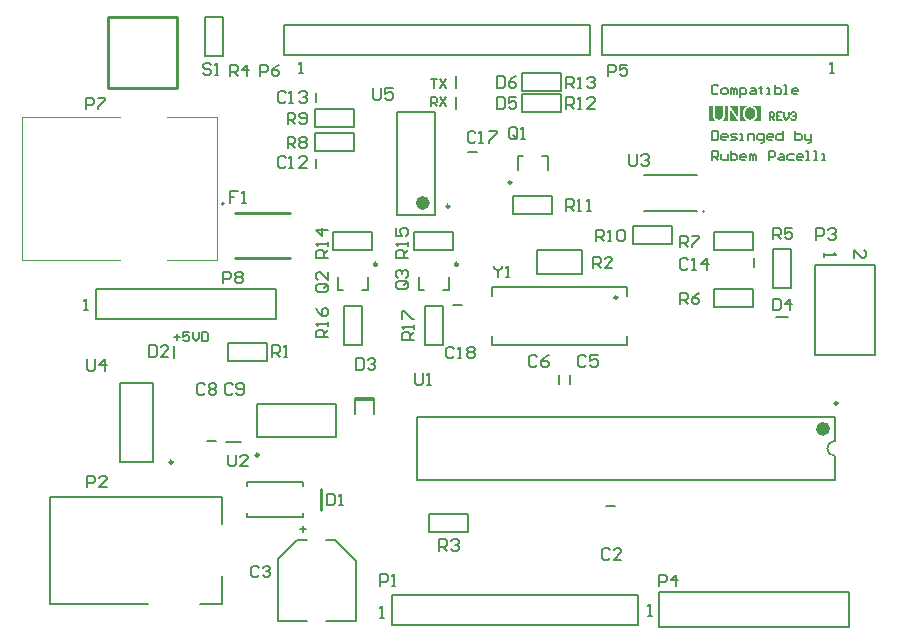
<source format=gto>
G04*
G04 #@! TF.GenerationSoftware,Altium Limited,Altium Designer,19.0.10 (269)*
G04*
G04 Layer_Color=65535*
%FSLAX24Y24*%
%MOIN*%
G70*
G01*
G75*
%ADD10C,0.0236*%
%ADD11C,0.0098*%
%ADD12C,0.0079*%
%ADD13C,0.0100*%
%ADD14C,0.0080*%
%ADD15C,0.0039*%
%ADD16C,0.0060*%
%ADD17C,0.0059*%
G36*
X22363Y17763D02*
X22380Y17760D01*
X22395Y17756D01*
X22408Y17752D01*
X22419Y17746D01*
X22427Y17742D01*
X22430Y17741D01*
X22433Y17739D01*
X22433Y17739D01*
X22434D01*
X22448Y17729D01*
X22460Y17717D01*
X22471Y17705D01*
X22479Y17693D01*
X22486Y17683D01*
X22491Y17675D01*
X22492Y17672D01*
X22494Y17669D01*
X22495Y17668D01*
Y17667D01*
X22502Y17649D01*
X22507Y17631D01*
X22511Y17613D01*
X22514Y17596D01*
X22515Y17582D01*
Y17575D01*
X22516Y17570D01*
Y17566D01*
Y17563D01*
Y17560D01*
Y17560D01*
X22515Y17542D01*
X22514Y17525D01*
X22512Y17510D01*
X22509Y17495D01*
X22505Y17481D01*
X22501Y17469D01*
X22496Y17458D01*
X22492Y17447D01*
X22487Y17439D01*
X22482Y17431D01*
X22479Y17424D01*
X22475Y17419D01*
X22472Y17414D01*
X22469Y17411D01*
X22468Y17410D01*
X22467Y17409D01*
X22458Y17400D01*
X22448Y17392D01*
X22438Y17385D01*
X22427Y17379D01*
X22417Y17374D01*
X22406Y17370D01*
X22387Y17364D01*
X22378Y17361D01*
X22370Y17360D01*
X22363Y17358D01*
X22356Y17358D01*
X22350Y17357D01*
X22343D01*
X22330Y17358D01*
X22317Y17359D01*
X22305Y17361D01*
X22294Y17365D01*
X22282Y17369D01*
X22272Y17374D01*
X22263Y17378D01*
X22254Y17383D01*
X22247Y17388D01*
X22240Y17393D01*
X22234Y17397D01*
X22230Y17401D01*
X22226Y17404D01*
X22223Y17407D01*
X22221Y17408D01*
X22221Y17409D01*
X22212Y17419D01*
X22204Y17431D01*
X22198Y17442D01*
X22193Y17454D01*
X22188Y17466D01*
X22184Y17477D01*
X22178Y17500D01*
X22176Y17511D01*
X22174Y17521D01*
X22174Y17530D01*
X22173Y17537D01*
X22172Y17544D01*
Y17549D01*
Y17552D01*
Y17553D01*
X22173Y17573D01*
X22174Y17593D01*
X22177Y17609D01*
X22180Y17626D01*
X22184Y17641D01*
X22188Y17654D01*
X22193Y17666D01*
X22198Y17676D01*
X22202Y17686D01*
X22207Y17693D01*
X22211Y17700D01*
X22215Y17706D01*
X22218Y17709D01*
X22221Y17712D01*
X22222Y17714D01*
X22223Y17715D01*
X22233Y17723D01*
X22243Y17731D01*
X22253Y17738D01*
X22264Y17743D01*
X22274Y17748D01*
X22284Y17752D01*
X22303Y17758D01*
X22311Y17760D01*
X22319Y17762D01*
X22327Y17762D01*
X22333Y17763D01*
X22337Y17764D01*
X22344D01*
X22363Y17763D01*
D02*
G37*
G36*
X22702Y17300D02*
X22344D01*
X22368Y17302D01*
X22391Y17305D01*
X22412Y17310D01*
X22429Y17315D01*
X22438Y17318D01*
X22445Y17321D01*
X22451Y17324D01*
X22456Y17326D01*
X22461Y17328D01*
X22464Y17329D01*
X22466Y17331D01*
X22466D01*
X22486Y17344D01*
X22504Y17358D01*
X22519Y17374D01*
X22532Y17388D01*
X22541Y17401D01*
X22545Y17408D01*
X22548Y17412D01*
X22551Y17417D01*
X22552Y17420D01*
X22554Y17421D01*
Y17422D01*
X22565Y17445D01*
X22572Y17469D01*
X22578Y17492D01*
X22582Y17514D01*
X22583Y17523D01*
X22584Y17532D01*
X22585Y17540D01*
Y17547D01*
X22585Y17552D01*
Y17560D01*
X22584Y17587D01*
X22581Y17613D01*
X22576Y17636D01*
X22573Y17646D01*
X22571Y17656D01*
X22568Y17664D01*
X22565Y17672D01*
X22562Y17679D01*
X22560Y17684D01*
X22558Y17689D01*
X22557Y17692D01*
X22555Y17694D01*
Y17695D01*
X22543Y17716D01*
X22530Y17735D01*
X22515Y17751D01*
X22502Y17764D01*
X22489Y17774D01*
X22484Y17778D01*
X22479Y17782D01*
X22476Y17785D01*
X22472Y17786D01*
X22471Y17788D01*
X22470D01*
X22459Y17794D01*
X22449Y17799D01*
X22427Y17807D01*
X22406Y17813D01*
X22386Y17818D01*
X22377Y17818D01*
X22370Y17820D01*
X22362Y17821D01*
X22356D01*
X22351Y17821D01*
X22702D01*
Y17300D01*
D02*
G37*
G36*
X22325Y17821D02*
X22306Y17818D01*
X22288Y17815D01*
X22272Y17811D01*
X22257Y17805D01*
X22242Y17799D01*
X22229Y17792D01*
X22217Y17786D01*
X22206Y17779D01*
X22197Y17772D01*
X22189Y17767D01*
X22182Y17762D01*
X22177Y17757D01*
X22173Y17753D01*
X22171Y17751D01*
X22170Y17750D01*
X22158Y17736D01*
X22148Y17722D01*
X22139Y17706D01*
X22131Y17689D01*
X22125Y17673D01*
X22119Y17657D01*
X22115Y17641D01*
X22112Y17626D01*
X22108Y17610D01*
X22107Y17597D01*
X22105Y17585D01*
X22104Y17574D01*
Y17566D01*
X22103Y17559D01*
Y17553D01*
X22105Y17529D01*
X22108Y17506D01*
X22112Y17484D01*
X22115Y17475D01*
X22118Y17466D01*
X22120Y17457D01*
X22122Y17450D01*
X22125Y17444D01*
X22127Y17438D01*
X22129Y17434D01*
X22130Y17431D01*
X22131Y17428D01*
Y17427D01*
X22144Y17407D01*
X22157Y17388D01*
X22171Y17372D01*
X22185Y17358D01*
X22198Y17348D01*
X22203Y17344D01*
X22208Y17340D01*
X22211Y17338D01*
X22214Y17335D01*
X22216Y17335D01*
X22217Y17334D01*
X22227Y17328D01*
X22238Y17323D01*
X22260Y17315D01*
X22282Y17308D01*
X22301Y17305D01*
X22310Y17303D01*
X22319Y17302D01*
X22326Y17301D01*
X22332D01*
X22337Y17300D01*
X21307D01*
X21333Y17302D01*
X21356Y17305D01*
X21367Y17306D01*
X21376Y17308D01*
X21385Y17312D01*
X21393Y17314D01*
X21400Y17316D01*
X21406Y17319D01*
X21412Y17321D01*
X21416Y17323D01*
X21420Y17325D01*
X21422Y17326D01*
X21423Y17328D01*
X21424D01*
X21440Y17339D01*
X21453Y17351D01*
X21464Y17363D01*
X21473Y17375D01*
X21479Y17385D01*
X21483Y17393D01*
X21485Y17396D01*
X21486Y17398D01*
X21486Y17400D01*
Y17401D01*
X21493Y17418D01*
X21496Y17438D01*
X21499Y17458D01*
X21502Y17477D01*
X21502Y17487D01*
X21503Y17495D01*
Y17502D01*
X21504Y17509D01*
Y17813D01*
X21437D01*
Y17521D01*
Y17504D01*
X21436Y17488D01*
X21434Y17474D01*
X21433Y17461D01*
X21430Y17449D01*
X21427Y17439D01*
X21424Y17430D01*
X21422Y17421D01*
X21419Y17414D01*
X21416Y17408D01*
X21413Y17404D01*
X21410Y17400D01*
X21409Y17397D01*
X21407Y17394D01*
X21406Y17394D01*
Y17393D01*
X21400Y17387D01*
X21392Y17382D01*
X21376Y17374D01*
X21359Y17368D01*
X21341Y17364D01*
X21326Y17361D01*
X21319Y17361D01*
X21313D01*
X21307Y17360D01*
X21300D01*
X21285Y17361D01*
X21271Y17362D01*
X21259Y17365D01*
X21248Y17368D01*
X21240Y17371D01*
X21234Y17374D01*
X21230Y17375D01*
X21228Y17376D01*
X21218Y17383D01*
X21209Y17391D01*
X21201Y17399D01*
X21196Y17407D01*
X21191Y17414D01*
X21188Y17419D01*
X21187Y17423D01*
X21186Y17424D01*
X21184Y17431D01*
X21182Y17437D01*
X21179Y17453D01*
X21178Y17469D01*
X21176Y17484D01*
X21175Y17499D01*
X21175Y17505D01*
Y17510D01*
Y17515D01*
Y17518D01*
Y17520D01*
Y17521D01*
Y17813D01*
X21108D01*
Y17507D01*
X21109Y17493D01*
X21109Y17480D01*
X21111Y17467D01*
X21112Y17457D01*
X21114Y17446D01*
X21115Y17437D01*
X21118Y17428D01*
X21119Y17421D01*
X21121Y17414D01*
X21122Y17408D01*
X21124Y17403D01*
X21125Y17399D01*
X21126Y17397D01*
X21127Y17395D01*
Y17394D01*
X21135Y17378D01*
X21145Y17364D01*
X21155Y17352D01*
X21166Y17342D01*
X21175Y17334D01*
X21184Y17328D01*
X21187Y17326D01*
X21188Y17325D01*
X21190Y17324D01*
X21191D01*
X21208Y17316D01*
X21228Y17310D01*
X21248Y17306D01*
X21266Y17303D01*
X21274Y17302D01*
X21282Y17302D01*
X21289Y17301D01*
X21295D01*
X21300Y17300D01*
X20991D01*
Y17821D01*
X22344D01*
X22325Y17821D01*
D02*
G37*
%LPC*%
G36*
X22012Y17813D02*
X21948D01*
Y17417D01*
X21682Y17813D01*
X21615D01*
Y17308D01*
X21678D01*
Y17705D01*
X21943Y17308D01*
X22012D01*
Y17813D01*
D02*
G37*
%LPD*%
D10*
X11554Y14581D02*
G03*
X11554Y14581I-118J0D01*
G01*
X24893Y7050D02*
G03*
X24893Y7050I-118J0D01*
G01*
D11*
X12322Y14470D02*
G03*
X12322Y14470I-49J0D01*
G01*
X5961Y6179D02*
G03*
X5961Y6179I-49J0D01*
G01*
X17919Y11430D02*
G03*
X17919Y11430I-49J0D01*
G01*
X12607Y12533D02*
G03*
X12607Y12533I-49J0D01*
G01*
X9907D02*
G03*
X9907Y12533I-49J0D01*
G01*
X3093Y5943D02*
G03*
X3093Y5943I-49J0D01*
G01*
X25261Y7900D02*
G03*
X25261Y7900I-49J0D01*
G01*
X14391Y15267D02*
G03*
X14391Y15267I-49J0D01*
G01*
D12*
X4767Y14598D02*
G03*
X4767Y14519I0J-39D01*
G01*
D02*
G03*
X4767Y14598I0J39D01*
G01*
X25168Y6650D02*
G03*
X25168Y6150I0J-250D01*
G01*
X25629Y429D02*
Y1610D01*
X19293D02*
X25629D01*
X19293Y429D02*
Y1610D01*
Y429D02*
X25629D01*
X10570Y17613D02*
X11830D01*
X10570Y14187D02*
X11830D01*
X10570D02*
Y17613D01*
X11830Y14187D02*
Y17613D01*
X4748Y3866D02*
Y4772D01*
X-1000D02*
X4748D01*
X-1000Y1228D02*
Y4772D01*
X4748Y1228D02*
Y2134D01*
X4000Y1228D02*
X4748D01*
X-1000D02*
X2268D01*
X22469Y12443D02*
Y12757D01*
X17402Y19500D02*
Y20500D01*
X25598D01*
Y19500D02*
Y20500D01*
X17402Y19500D02*
X25598D01*
X17006Y20250D02*
Y20500D01*
Y19500D02*
Y19750D01*
Y20250D01*
X6810Y19500D02*
X17006D01*
X6810D02*
Y20500D01*
X7650D01*
X17006D01*
X12443Y11169D02*
X12757D01*
X8549Y6769D02*
Y7872D01*
X5911Y6769D02*
Y7872D01*
X8549D01*
X5911Y6769D02*
X8549D01*
X18244Y9835D02*
Y10131D01*
X13756Y11469D02*
Y11765D01*
X18244D01*
Y11469D02*
Y11765D01*
X13756Y9835D02*
Y10131D01*
Y9835D02*
X18244D01*
X11298Y11667D02*
Y12120D01*
X12302Y11667D02*
Y12120D01*
X12125Y11667D02*
X12302D01*
X11298D02*
X11475D01*
X8598D02*
Y12120D01*
X9602Y11667D02*
Y12120D01*
X9425Y11667D02*
X9602D01*
X8598D02*
X8775D01*
X7889Y17943D02*
Y18257D01*
Y15743D02*
Y16057D01*
X542Y10700D02*
X6542D01*
X542Y11700D02*
X6542D01*
X542Y10700D02*
Y11700D01*
X6542Y10700D02*
Y11700D01*
X9185Y7542D02*
Y8093D01*
X9815Y7542D02*
Y8093D01*
X9185D02*
X9815D01*
X9185Y8018D02*
X9815D01*
X4243Y6651D02*
X4557D01*
X4868Y6622D02*
X5380D01*
X5567Y4121D02*
X7433D01*
X5567Y5279D02*
X7433D01*
Y5144D02*
Y5279D01*
Y4121D02*
Y4256D01*
X5567Y4121D02*
Y4256D01*
Y5144D02*
Y5279D01*
X7433Y3602D02*
Y3811D01*
X7328Y3706D02*
X7537D01*
X8213Y3350D02*
X8500D01*
X7250D02*
X7587D01*
X6601Y650D02*
X7587D01*
X8213D02*
X9199D01*
X6601D02*
Y2701D01*
X7250Y3350D01*
X8500D02*
X9199Y2651D01*
Y650D02*
Y2651D01*
X17543Y4469D02*
X17857D01*
X16331Y8542D02*
Y8857D01*
X15969Y8543D02*
Y8857D01*
X2453Y5943D02*
Y8581D01*
X1351Y5943D02*
Y8581D01*
Y5943D02*
X2453D01*
X1351Y8581D02*
X2453D01*
X11231Y5357D02*
Y7443D01*
X25169Y5357D02*
Y6150D01*
Y6650D02*
Y7443D01*
X11231Y5357D02*
X25169D01*
X11231Y7443D02*
X25169D01*
X15425Y16133D02*
X15602D01*
X14598D02*
X14775D01*
X14598Y15680D02*
Y16133D01*
X15602Y15680D02*
Y16133D01*
X24500Y9500D02*
X26500D01*
X24500Y12500D02*
X26500D01*
Y9500D02*
Y12500D01*
X24500Y9500D02*
Y12500D01*
Y9500D02*
Y11417D01*
X10402Y1500D02*
X18598D01*
X10402Y500D02*
Y1500D01*
Y500D02*
X18598D01*
Y1500D01*
X12933Y16269D02*
X13248D01*
X21070Y16990D02*
Y16675D01*
X21228D01*
X21280Y16728D01*
Y16937D01*
X21228Y16990D01*
X21070D01*
X21542Y16675D02*
X21437D01*
X21385Y16728D01*
Y16832D01*
X21437Y16885D01*
X21542D01*
X21595Y16832D01*
Y16780D01*
X21385D01*
X21700Y16675D02*
X21857D01*
X21910Y16728D01*
X21857Y16780D01*
X21752D01*
X21700Y16832D01*
X21752Y16885D01*
X21910D01*
X22015Y16675D02*
X22120D01*
X22067D01*
Y16885D01*
X22015D01*
X22277Y16675D02*
Y16885D01*
X22434D01*
X22487Y16832D01*
Y16675D01*
X22697Y16570D02*
X22749D01*
X22802Y16623D01*
Y16885D01*
X22644D01*
X22592Y16832D01*
Y16728D01*
X22644Y16675D01*
X22802D01*
X23064D02*
X22959D01*
X22907Y16728D01*
Y16832D01*
X22959Y16885D01*
X23064D01*
X23117Y16832D01*
Y16780D01*
X22907D01*
X23432Y16990D02*
Y16675D01*
X23274D01*
X23222Y16728D01*
Y16832D01*
X23274Y16885D01*
X23432D01*
X23851Y16990D02*
Y16675D01*
X24009D01*
X24061Y16728D01*
Y16780D01*
Y16832D01*
X24009Y16885D01*
X23851D01*
X24166D02*
Y16728D01*
X24219Y16675D01*
X24376D01*
Y16623D01*
X24324Y16570D01*
X24271D01*
X24376Y16675D02*
Y16885D01*
X21070Y16003D02*
Y16318D01*
X21228D01*
X21280Y16266D01*
Y16161D01*
X21228Y16108D01*
X21070D01*
X21175D02*
X21280Y16003D01*
X21385Y16213D02*
Y16056D01*
X21437Y16003D01*
X21595D01*
Y16213D01*
X21700Y16318D02*
Y16003D01*
X21857D01*
X21910Y16056D01*
Y16108D01*
Y16161D01*
X21857Y16213D01*
X21700D01*
X22172Y16003D02*
X22067D01*
X22015Y16056D01*
Y16161D01*
X22067Y16213D01*
X22172D01*
X22225Y16161D01*
Y16108D01*
X22015D01*
X22330Y16003D02*
Y16213D01*
X22382D01*
X22434Y16161D01*
Y16003D01*
Y16161D01*
X22487Y16213D01*
X22539Y16161D01*
Y16003D01*
X22959D02*
Y16318D01*
X23117D01*
X23169Y16266D01*
Y16161D01*
X23117Y16108D01*
X22959D01*
X23327Y16213D02*
X23432D01*
X23484Y16161D01*
Y16003D01*
X23327D01*
X23274Y16056D01*
X23327Y16108D01*
X23484D01*
X23799Y16213D02*
X23641D01*
X23589Y16161D01*
Y16056D01*
X23641Y16003D01*
X23799D01*
X24061D02*
X23956D01*
X23904Y16056D01*
Y16161D01*
X23956Y16213D01*
X24061D01*
X24114Y16161D01*
Y16108D01*
X23904D01*
X24219Y16003D02*
X24324D01*
X24271D01*
Y16318D01*
X24219D01*
X24481Y16003D02*
X24586D01*
X24534D01*
Y16318D01*
X24481D01*
X24743Y16003D02*
X24848D01*
X24796D01*
Y16213D01*
X24743D01*
X19300Y1800D02*
Y2194D01*
X19497D01*
X19562Y2128D01*
Y1997D01*
X19497Y1931D01*
X19300D01*
X19890Y1800D02*
Y2194D01*
X19694Y1997D01*
X19956D01*
X18934Y803D02*
X19065D01*
X18999D01*
Y1197D01*
X18934Y1131D01*
X23100Y11394D02*
Y11000D01*
X23297D01*
X23362Y11066D01*
Y11328D01*
X23297Y11394D01*
X23100D01*
X23690Y11000D02*
Y11394D01*
X23494Y11197D01*
X23756D01*
X23100Y13364D02*
Y13758D01*
X23297D01*
X23362Y13692D01*
Y13561D01*
X23297Y13495D01*
X23100D01*
X23231D02*
X23362Y13364D01*
X23756Y13758D02*
X23494D01*
Y13561D01*
X23625Y13627D01*
X23690D01*
X23756Y13561D01*
Y13430D01*
X23690Y13364D01*
X23559D01*
X23494Y13430D01*
X21280Y18462D02*
X21228Y18515D01*
X21123D01*
X21070Y18462D01*
Y18252D01*
X21123Y18200D01*
X21228D01*
X21280Y18252D01*
X21437Y18200D02*
X21542D01*
X21595Y18252D01*
Y18357D01*
X21542Y18410D01*
X21437D01*
X21385Y18357D01*
Y18252D01*
X21437Y18200D01*
X21700D02*
Y18410D01*
X21752D01*
X21805Y18357D01*
Y18200D01*
Y18357D01*
X21857Y18410D01*
X21910Y18357D01*
Y18200D01*
X22015Y18095D02*
Y18410D01*
X22172D01*
X22225Y18357D01*
Y18252D01*
X22172Y18200D01*
X22015D01*
X22382Y18410D02*
X22487D01*
X22539Y18357D01*
Y18200D01*
X22382D01*
X22330Y18252D01*
X22382Y18305D01*
X22539D01*
X22697Y18462D02*
Y18410D01*
X22644D01*
X22749D01*
X22697D01*
Y18252D01*
X22749Y18200D01*
X22907D02*
X23012D01*
X22959D01*
Y18410D01*
X22907D01*
X23169Y18515D02*
Y18200D01*
X23327D01*
X23379Y18252D01*
Y18305D01*
Y18357D01*
X23327Y18410D01*
X23169D01*
X23484Y18200D02*
X23589D01*
X23536D01*
Y18515D01*
X23484D01*
X23904Y18200D02*
X23799D01*
X23746Y18252D01*
Y18357D01*
X23799Y18410D01*
X23904D01*
X23956Y18357D01*
Y18305D01*
X23746D01*
X3131Y10122D02*
X3341D01*
X3236Y10227D02*
Y10017D01*
X3656Y10279D02*
X3446D01*
Y10122D01*
X3551Y10174D01*
X3603D01*
X3656Y10122D01*
Y10017D01*
X3603Y9964D01*
X3498D01*
X3446Y10017D01*
X3760Y10279D02*
Y10069D01*
X3865Y9964D01*
X3970Y10069D01*
Y10279D01*
X4075D02*
Y9964D01*
X4233D01*
X4285Y10017D01*
Y10227D01*
X4233Y10279D01*
X4075D01*
X11700Y17800D02*
Y18115D01*
X11857D01*
X11910Y18062D01*
Y17957D01*
X11857Y17905D01*
X11700D01*
X11805D02*
X11910Y17800D01*
X12015Y18115D02*
X12225Y17800D01*
Y18115D02*
X12015Y17800D01*
X11700Y18715D02*
X11910D01*
X11805D01*
Y18400D01*
X12015Y18715D02*
X12225Y18400D01*
Y18715D02*
X12015Y18400D01*
X25000Y18900D02*
X25131D01*
X25066D01*
Y19294D01*
X25000Y19228D01*
X7300Y18900D02*
X7431D01*
X7366D01*
Y19294D01*
X7300Y19228D01*
X142Y11000D02*
X273D01*
X207D01*
Y11394D01*
X142Y11328D01*
X25800Y12738D02*
Y13000D01*
X26062Y12738D01*
X26128D01*
X26194Y12803D01*
Y12934D01*
X26128Y13000D01*
X24800Y12900D02*
Y12769D01*
Y12834D01*
X25194D01*
X25128Y12900D01*
X10000Y750D02*
X10131D01*
X10066D01*
Y1144D01*
X10000Y1078D01*
X18320Y16218D02*
Y15890D01*
X18386Y15824D01*
X18517D01*
X18583Y15890D01*
Y16218D01*
X18714Y16152D02*
X18780Y16218D01*
X18911D01*
X18976Y16152D01*
Y16087D01*
X18911Y16021D01*
X18845D01*
X18911D01*
X18976Y15955D01*
Y15890D01*
X18911Y15824D01*
X18780D01*
X18714Y15890D01*
X13800Y12494D02*
Y12428D01*
X13931Y12297D01*
X14062Y12428D01*
Y12494D01*
X13931Y12297D02*
Y12100D01*
X14194D02*
X14325D01*
X14259D01*
Y12494D01*
X14194Y12428D01*
X9790Y18418D02*
Y18090D01*
X9856Y18024D01*
X9987D01*
X10053Y18090D01*
Y18418D01*
X10446D02*
X10184D01*
Y18221D01*
X10315Y18287D01*
X10381D01*
X10446Y18221D01*
Y18090D01*
X10381Y18024D01*
X10250D01*
X10184Y18090D01*
X250Y9367D02*
Y9039D01*
X315Y8973D01*
X446D01*
X512Y9039D01*
Y9367D01*
X840Y8973D02*
Y9367D01*
X643Y9170D01*
X906D01*
X4945Y6194D02*
Y5866D01*
X5011Y5800D01*
X5142D01*
X5207Y5866D01*
Y6194D01*
X5601Y5800D02*
X5339D01*
X5601Y6062D01*
Y6128D01*
X5535Y6194D01*
X5404D01*
X5339Y6128D01*
X11180Y8908D02*
Y8580D01*
X11246Y8514D01*
X11377D01*
X11443Y8580D01*
Y8908D01*
X11574Y8514D02*
X11705D01*
X11640D01*
Y8908D01*
X11574Y8842D01*
X4362Y19172D02*
X4297Y19238D01*
X4166D01*
X4100Y19172D01*
Y19107D01*
X4166Y19041D01*
X4297D01*
X4362Y18975D01*
Y18910D01*
X4297Y18844D01*
X4166D01*
X4100Y18910D01*
X4494Y18844D02*
X4625D01*
X4559D01*
Y19238D01*
X4494Y19172D01*
X11150Y10000D02*
X10756D01*
Y10197D01*
X10822Y10262D01*
X10953D01*
X11019Y10197D01*
Y10000D01*
Y10131D02*
X11150Y10262D01*
Y10394D02*
Y10525D01*
Y10459D01*
X10756D01*
X10822Y10394D01*
X10756Y10722D02*
Y10984D01*
X10822D01*
X11084Y10722D01*
X11150D01*
X8265Y10097D02*
X7872D01*
Y10294D01*
X7937Y10359D01*
X8069D01*
X8134Y10294D01*
Y10097D01*
Y10228D02*
X8265Y10359D01*
Y10490D02*
Y10622D01*
Y10556D01*
X7872D01*
X7937Y10490D01*
X7872Y11081D02*
X7937Y10950D01*
X8069Y10818D01*
X8200D01*
X8265Y10884D01*
Y11015D01*
X8200Y11081D01*
X8134D01*
X8069Y11015D01*
Y10818D01*
X10946Y12752D02*
X10552D01*
Y12949D01*
X10618Y13014D01*
X10749D01*
X10814Y12949D01*
Y12752D01*
Y12883D02*
X10946Y13014D01*
Y13146D02*
Y13277D01*
Y13211D01*
X10552D01*
X10618Y13146D01*
X10552Y13736D02*
Y13474D01*
X10749D01*
X10683Y13605D01*
Y13670D01*
X10749Y13736D01*
X10880D01*
X10946Y13670D01*
Y13539D01*
X10880Y13474D01*
X8265Y12752D02*
X7872D01*
Y12949D01*
X7937Y13014D01*
X8069D01*
X8134Y12949D01*
Y12752D01*
Y12883D02*
X8265Y13014D01*
Y13146D02*
Y13277D01*
Y13211D01*
X7872D01*
X7937Y13146D01*
X8265Y13670D02*
X7872D01*
X8069Y13474D01*
Y13736D01*
X16200Y18400D02*
Y18794D01*
X16397D01*
X16462Y18728D01*
Y18597D01*
X16397Y18531D01*
X16200D01*
X16331D02*
X16462Y18400D01*
X16594D02*
X16725D01*
X16659D01*
Y18794D01*
X16594Y18728D01*
X16922D02*
X16987Y18794D01*
X17118D01*
X17184Y18728D01*
Y18662D01*
X17118Y18597D01*
X17053D01*
X17118D01*
X17184Y18531D01*
Y18466D01*
X17118Y18400D01*
X16987D01*
X16922Y18466D01*
X16200Y17703D02*
Y18097D01*
X16397D01*
X16462Y18031D01*
Y17900D01*
X16397Y17834D01*
X16200D01*
X16331D02*
X16462Y17703D01*
X16594D02*
X16725D01*
X16659D01*
Y18097D01*
X16594Y18031D01*
X17184Y17703D02*
X16922D01*
X17184Y17966D01*
Y18031D01*
X17118Y18097D01*
X16987D01*
X16922Y18031D01*
X16199Y14316D02*
Y14710D01*
X16396D01*
X16462Y14644D01*
Y14513D01*
X16396Y14447D01*
X16199D01*
X16330D02*
X16462Y14316D01*
X16593D02*
X16724D01*
X16658D01*
Y14710D01*
X16593Y14644D01*
X16921Y14316D02*
X17052D01*
X16986D01*
Y14710D01*
X16921Y14644D01*
X17200Y13300D02*
Y13694D01*
X17397D01*
X17462Y13628D01*
Y13497D01*
X17397Y13431D01*
X17200D01*
X17331D02*
X17462Y13300D01*
X17594D02*
X17725D01*
X17659D01*
Y13694D01*
X17594Y13628D01*
X17922D02*
X17987Y13694D01*
X18118D01*
X18184Y13628D01*
Y13366D01*
X18118Y13300D01*
X17987D01*
X17922Y13366D01*
Y13628D01*
X6927Y17200D02*
Y17594D01*
X7124D01*
X7189Y17528D01*
Y17397D01*
X7124Y17331D01*
X6927D01*
X7058D02*
X7189Y17200D01*
X7320Y17266D02*
X7386Y17200D01*
X7517D01*
X7583Y17266D01*
Y17528D01*
X7517Y17594D01*
X7386D01*
X7320Y17528D01*
Y17462D01*
X7386Y17397D01*
X7583D01*
X6927Y16400D02*
Y16794D01*
X7124D01*
X7189Y16728D01*
Y16597D01*
X7124Y16531D01*
X6927D01*
X7058D02*
X7189Y16400D01*
X7320Y16728D02*
X7386Y16794D01*
X7517D01*
X7583Y16728D01*
Y16662D01*
X7517Y16597D01*
X7583Y16531D01*
Y16466D01*
X7517Y16400D01*
X7386D01*
X7320Y16466D01*
Y16531D01*
X7386Y16597D01*
X7320Y16662D01*
Y16728D01*
X7386Y16597D02*
X7517D01*
X20001Y13100D02*
Y13494D01*
X20198D01*
X20264Y13428D01*
Y13297D01*
X20198Y13231D01*
X20001D01*
X20133D02*
X20264Y13100D01*
X20395Y13494D02*
X20657D01*
Y13428D01*
X20395Y13166D01*
Y13100D01*
X20001Y11200D02*
Y11594D01*
X20198D01*
X20264Y11528D01*
Y11397D01*
X20198Y11331D01*
X20001D01*
X20133D02*
X20264Y11200D01*
X20657Y11594D02*
X20526Y11528D01*
X20395Y11397D01*
Y11266D01*
X20461Y11200D01*
X20592D01*
X20657Y11266D01*
Y11331D01*
X20592Y11397D01*
X20395D01*
X5000Y18800D02*
Y19194D01*
X5197D01*
X5262Y19128D01*
Y18997D01*
X5197Y18931D01*
X5000D01*
X5131D02*
X5262Y18800D01*
X5590D02*
Y19194D01*
X5394Y18997D01*
X5656D01*
X11970Y2988D02*
Y3382D01*
X12167D01*
X12233Y3316D01*
Y3185D01*
X12167Y3119D01*
X11970D01*
X12102D02*
X12233Y2988D01*
X12364Y3316D02*
X12430Y3382D01*
X12561D01*
X12626Y3316D01*
Y3250D01*
X12561Y3185D01*
X12495D01*
X12561D01*
X12626Y3119D01*
Y3054D01*
X12561Y2988D01*
X12430D01*
X12364Y3054D01*
X17100Y12400D02*
Y12794D01*
X17297D01*
X17362Y12728D01*
Y12597D01*
X17297Y12531D01*
X17100D01*
X17231D02*
X17362Y12400D01*
X17756D02*
X17494D01*
X17756Y12662D01*
Y12728D01*
X17690Y12794D01*
X17559D01*
X17494Y12728D01*
X6400Y9442D02*
Y9836D01*
X6597D01*
X6662Y9770D01*
Y9639D01*
X6597Y9574D01*
X6400D01*
X6531D02*
X6662Y9442D01*
X6794D02*
X6925D01*
X6859D01*
Y9836D01*
X6794Y9770D01*
X10880Y11962D02*
X10618D01*
X10552Y11897D01*
Y11766D01*
X10618Y11700D01*
X10880D01*
X10946Y11766D01*
Y11897D01*
X10814Y11831D02*
X10946Y11962D01*
Y11897D02*
X10880Y11962D01*
X10618Y12094D02*
X10552Y12159D01*
Y12290D01*
X10618Y12356D01*
X10683D01*
X10749Y12290D01*
Y12225D01*
Y12290D01*
X10814Y12356D01*
X10880D01*
X10946Y12290D01*
Y12159D01*
X10880Y12094D01*
X8200Y11885D02*
X7937D01*
X7872Y11820D01*
Y11689D01*
X7937Y11623D01*
X8200D01*
X8265Y11689D01*
Y11820D01*
X8134Y11754D02*
X8265Y11885D01*
Y11820D02*
X8200Y11885D01*
X8265Y12279D02*
Y12017D01*
X8003Y12279D01*
X7937D01*
X7872Y12213D01*
Y12082D01*
X7937Y12017D01*
X14582Y16776D02*
Y17038D01*
X14517Y17104D01*
X14386D01*
X14320Y17038D01*
Y16776D01*
X14386Y16710D01*
X14517D01*
X14451Y16841D02*
X14582Y16710D01*
X14517D02*
X14582Y16776D01*
X14714Y16710D02*
X14845D01*
X14779D01*
Y17104D01*
X14714Y17038D01*
X4791Y11900D02*
Y12294D01*
X4988D01*
X5054Y12228D01*
Y12097D01*
X4988Y12031D01*
X4791D01*
X5185Y12228D02*
X5250Y12294D01*
X5382D01*
X5447Y12228D01*
Y12162D01*
X5382Y12097D01*
X5447Y12031D01*
Y11966D01*
X5382Y11900D01*
X5250D01*
X5185Y11966D01*
Y12031D01*
X5250Y12097D01*
X5185Y12162D01*
Y12228D01*
X5250Y12097D02*
X5382D01*
X200Y17700D02*
Y18094D01*
X397D01*
X462Y18028D01*
Y17897D01*
X397Y17831D01*
X200D01*
X594Y18094D02*
X856D01*
Y18028D01*
X594Y17766D01*
Y17700D01*
X6000Y18800D02*
Y19194D01*
X6197D01*
X6262Y19128D01*
Y18997D01*
X6197Y18931D01*
X6000D01*
X6656Y19194D02*
X6525Y19128D01*
X6394Y18997D01*
Y18866D01*
X6459Y18800D01*
X6590D01*
X6656Y18866D01*
Y18931D01*
X6590Y18997D01*
X6394D01*
X17600Y18800D02*
Y19194D01*
X17797D01*
X17862Y19128D01*
Y18997D01*
X17797Y18931D01*
X17600D01*
X18256Y19194D02*
X17994D01*
Y18997D01*
X18125Y19062D01*
X18190D01*
X18256Y18997D01*
Y18866D01*
X18190Y18800D01*
X18059D01*
X17994Y18866D01*
X24540Y13354D02*
Y13748D01*
X24737D01*
X24803Y13682D01*
Y13551D01*
X24737Y13485D01*
X24540D01*
X24934Y13682D02*
X25000Y13748D01*
X25131D01*
X25196Y13682D01*
Y13617D01*
X25131Y13551D01*
X25065D01*
X25131D01*
X25196Y13485D01*
Y13420D01*
X25131Y13354D01*
X25000D01*
X24934Y13420D01*
X250Y5100D02*
Y5494D01*
X446D01*
X512Y5428D01*
Y5297D01*
X446Y5231D01*
X250D01*
X906Y5100D02*
X643D01*
X906Y5362D01*
Y5428D01*
X840Y5494D01*
X709D01*
X643Y5428D01*
X10000Y1814D02*
Y2208D01*
X10197D01*
X10263Y2142D01*
Y2011D01*
X10197Y1945D01*
X10000D01*
X10394Y1814D02*
X10525D01*
X10460D01*
Y2208D01*
X10394Y2142D01*
X5282Y14974D02*
X5020D01*
Y14777D01*
X5151D01*
X5020D01*
Y14580D01*
X5414D02*
X5545D01*
X5479D01*
Y14974D01*
X5414Y14908D01*
X13900Y18797D02*
Y18403D01*
X14097D01*
X14162Y18469D01*
Y18731D01*
X14097Y18797D01*
X13900D01*
X14556D02*
X14425Y18731D01*
X14294Y18600D01*
Y18469D01*
X14359Y18403D01*
X14490D01*
X14556Y18469D01*
Y18534D01*
X14490Y18600D01*
X14294D01*
X13900Y18097D02*
Y17703D01*
X14097D01*
X14162Y17769D01*
Y18031D01*
X14097Y18097D01*
X13900D01*
X14556D02*
X14294D01*
Y17900D01*
X14425Y17966D01*
X14490D01*
X14556Y17900D01*
Y17769D01*
X14490Y17703D01*
X14359D01*
X14294Y17769D01*
X9200Y9405D02*
Y9011D01*
X9397D01*
X9462Y9077D01*
Y9339D01*
X9397Y9405D01*
X9200D01*
X9594Y9339D02*
X9659Y9405D01*
X9790D01*
X9856Y9339D01*
Y9273D01*
X9790Y9208D01*
X9725D01*
X9790D01*
X9856Y9142D01*
Y9077D01*
X9790Y9011D01*
X9659D01*
X9594Y9077D01*
X2300Y9836D02*
Y9442D01*
X2496D01*
X2562Y9508D01*
Y9770D01*
X2496Y9836D01*
X2300D01*
X2956Y9442D02*
X2693D01*
X2956Y9705D01*
Y9770D01*
X2890Y9836D01*
X2759D01*
X2693Y9770D01*
X8235Y4894D02*
Y4500D01*
X8431D01*
X8497Y4566D01*
Y4828D01*
X8431Y4894D01*
X8235D01*
X8628Y4500D02*
X8759D01*
X8694D01*
Y4894D01*
X8628Y4828D01*
X12462Y9728D02*
X12397Y9794D01*
X12266D01*
X12200Y9728D01*
Y9466D01*
X12266Y9400D01*
X12397D01*
X12462Y9466D01*
X12594Y9400D02*
X12725D01*
X12659D01*
Y9794D01*
X12594Y9728D01*
X12922D02*
X12987Y9794D01*
X13118D01*
X13184Y9728D01*
Y9662D01*
X13118Y9597D01*
X13184Y9531D01*
Y9466D01*
X13118Y9400D01*
X12987D01*
X12922Y9466D01*
Y9531D01*
X12987Y9597D01*
X12922Y9662D01*
Y9728D01*
X12987Y9597D02*
X13118D01*
X13192Y16915D02*
X13126Y16980D01*
X12995D01*
X12929Y16915D01*
Y16652D01*
X12995Y16587D01*
X13126D01*
X13192Y16652D01*
X13323Y16587D02*
X13454D01*
X13388D01*
Y16980D01*
X13323Y16915D01*
X13651Y16980D02*
X13913D01*
Y16915D01*
X13651Y16652D01*
Y16587D01*
X20264Y12669D02*
X20198Y12735D01*
X20067D01*
X20001Y12669D01*
Y12407D01*
X20067Y12341D01*
X20198D01*
X20264Y12407D01*
X20395Y12341D02*
X20526D01*
X20461D01*
Y12735D01*
X20395Y12669D01*
X20920Y12341D02*
Y12735D01*
X20723Y12538D01*
X20985D01*
X6861Y18231D02*
X6796Y18297D01*
X6664D01*
X6599Y18231D01*
Y17969D01*
X6664Y17903D01*
X6796D01*
X6861Y17969D01*
X6992Y17903D02*
X7124D01*
X7058D01*
Y18297D01*
X6992Y18231D01*
X7320D02*
X7386Y18297D01*
X7517D01*
X7583Y18231D01*
Y18166D01*
X7517Y18100D01*
X7452D01*
X7517D01*
X7583Y18034D01*
Y17969D01*
X7517Y17903D01*
X7386D01*
X7320Y17969D01*
X6861Y16074D02*
X6796Y16139D01*
X6664D01*
X6599Y16074D01*
Y15811D01*
X6664Y15746D01*
X6796D01*
X6861Y15811D01*
X6992Y15746D02*
X7124D01*
X7058D01*
Y16139D01*
X6992Y16074D01*
X7583Y15746D02*
X7320D01*
X7583Y16008D01*
Y16074D01*
X7517Y16139D01*
X7386D01*
X7320Y16074D01*
X5093Y8498D02*
X5027Y8564D01*
X4896D01*
X4830Y8498D01*
Y8236D01*
X4896Y8171D01*
X5027D01*
X5093Y8236D01*
X5224D02*
X5290Y8171D01*
X5421D01*
X5486Y8236D01*
Y8498D01*
X5421Y8564D01*
X5290D01*
X5224Y8498D01*
Y8433D01*
X5290Y8367D01*
X5486D01*
X4162Y8498D02*
X4097Y8564D01*
X3966D01*
X3900Y8498D01*
Y8236D01*
X3966Y8171D01*
X4097D01*
X4162Y8236D01*
X4294Y8498D02*
X4359Y8564D01*
X4490D01*
X4556Y8498D01*
Y8433D01*
X4490Y8367D01*
X4556Y8302D01*
Y8236D01*
X4490Y8171D01*
X4359D01*
X4294Y8236D01*
Y8302D01*
X4359Y8367D01*
X4294Y8433D01*
Y8498D01*
X4359Y8367D02*
X4490D01*
X15253Y9442D02*
X15187Y9508D01*
X15056D01*
X14990Y9442D01*
Y9180D01*
X15056Y9114D01*
X15187D01*
X15253Y9180D01*
X15646Y9508D02*
X15515Y9442D01*
X15384Y9311D01*
Y9180D01*
X15450Y9114D01*
X15581D01*
X15646Y9180D01*
Y9245D01*
X15581Y9311D01*
X15384D01*
X16873Y9442D02*
X16807Y9508D01*
X16676D01*
X16610Y9442D01*
Y9180D01*
X16676Y9114D01*
X16807D01*
X16873Y9180D01*
X17266Y9508D02*
X17004D01*
Y9311D01*
X17135Y9377D01*
X17201D01*
X17266Y9311D01*
Y9180D01*
X17201Y9114D01*
X17070D01*
X17004Y9180D01*
X5962Y2428D02*
X5897Y2494D01*
X5766D01*
X5700Y2428D01*
Y2166D01*
X5766Y2100D01*
X5897D01*
X5962Y2166D01*
X6094Y2428D02*
X6159Y2494D01*
X6290D01*
X6356Y2428D01*
Y2362D01*
X6290Y2297D01*
X6225D01*
X6290D01*
X6356Y2231D01*
Y2166D01*
X6290Y2100D01*
X6159D01*
X6094Y2166D01*
X17662Y3006D02*
X17597Y3072D01*
X17466D01*
X17400Y3006D01*
Y2744D01*
X17466Y2678D01*
X17597D01*
X17662Y2744D01*
X18056Y2678D02*
X17794D01*
X18056Y2941D01*
Y3006D01*
X17990Y3072D01*
X17859D01*
X17794Y3006D01*
D13*
X20783Y14296D02*
G03*
X20783Y14296I-0J0D01*
G01*
X8031Y4355D02*
Y5043D01*
X3242Y18419D02*
Y20781D01*
X958D02*
X3242D01*
X958Y18419D02*
Y20781D01*
Y18419D02*
X3242D01*
X5175Y14248D02*
X7025D01*
X5175Y12752D02*
X7025D01*
D14*
X23203Y10769D02*
X23597D01*
X23100Y13050D02*
X23700D01*
X23100Y11750D02*
Y13050D01*
Y11750D02*
X23700D01*
Y13050D01*
X19750Y13200D02*
Y13800D01*
X18450D02*
X19750D01*
X18450Y13200D02*
Y13800D01*
Y13200D02*
X19750D01*
X14449Y14216D02*
Y14816D01*
Y14216D02*
X15749D01*
Y14816D01*
X14449D02*
X15749D01*
X15250Y12200D02*
Y13000D01*
Y12200D02*
X16750D01*
Y13000D01*
X15250D02*
X16750D01*
X21150D02*
Y13600D01*
Y13000D02*
X22450D01*
Y13600D01*
X21150D02*
X22450D01*
X22450Y11100D02*
Y11700D01*
X21150D02*
X22450D01*
X21150Y11100D02*
Y11700D01*
Y11100D02*
X22450D01*
X16050Y18300D02*
Y18900D01*
X14750D02*
X16050D01*
X14750Y18300D02*
Y18900D01*
Y18300D02*
X16050D01*
X14750Y17600D02*
Y18200D01*
Y17600D02*
X16050D01*
Y18200D01*
X14750D02*
X16050D01*
X12531Y18403D02*
Y18797D01*
Y17703D02*
Y18097D01*
X8800Y9850D02*
X9400D01*
Y11150D01*
X8800D02*
X9400D01*
X8800Y9850D02*
Y11150D01*
X11500Y11150D02*
X12100D01*
X11500Y9850D02*
Y11150D01*
Y9850D02*
X12100D01*
Y11150D01*
X11150Y13000D02*
Y13600D01*
Y13000D02*
X12450D01*
Y13600D01*
X11150D02*
X12450D01*
X9751Y13000D02*
Y13600D01*
X8451D02*
X9751D01*
X8451Y13000D02*
Y13600D01*
Y13000D02*
X9751D01*
X6250Y9300D02*
Y9900D01*
X4950D02*
X6250D01*
X4950Y9300D02*
Y9900D01*
Y9300D02*
X6250D01*
X3131Y9403D02*
Y9797D01*
X9150Y17100D02*
Y17700D01*
X7850D02*
X9150D01*
X7850Y17100D02*
Y17700D01*
Y17100D02*
X9150D01*
Y16300D02*
Y16900D01*
X7850D02*
X9150D01*
X7850Y16300D02*
Y16900D01*
Y16300D02*
X9150D01*
X11650Y3600D02*
Y4200D01*
Y3600D02*
X12950D01*
Y4200D01*
X11650D02*
X12950D01*
X4191Y19487D02*
X4791D01*
Y20787D01*
X4191D02*
X4791D01*
X4191Y19487D02*
Y20787D01*
D15*
X-1926Y12688D02*
X1342D01*
X-1926D02*
Y17452D01*
X1342D01*
X2916Y12688D02*
X4570D01*
Y17452D01*
X2916D02*
X4570D01*
D16*
X18802Y15516D02*
X20582D01*
X18810Y14296D02*
X20582D01*
D17*
X23000Y17359D02*
Y17595D01*
X23118D01*
X23157Y17556D01*
Y17477D01*
X23118Y17438D01*
X23000D01*
X23079D02*
X23157Y17359D01*
X23394Y17595D02*
X23236D01*
Y17359D01*
X23394D01*
X23236Y17477D02*
X23315D01*
X23472Y17595D02*
Y17438D01*
X23551Y17359D01*
X23630Y17438D01*
Y17595D01*
X23708Y17556D02*
X23748Y17595D01*
X23826D01*
X23866Y17556D01*
Y17516D01*
X23826Y17477D01*
X23787D01*
X23826D01*
X23866Y17438D01*
Y17398D01*
X23826Y17359D01*
X23748D01*
X23708Y17398D01*
M02*

</source>
